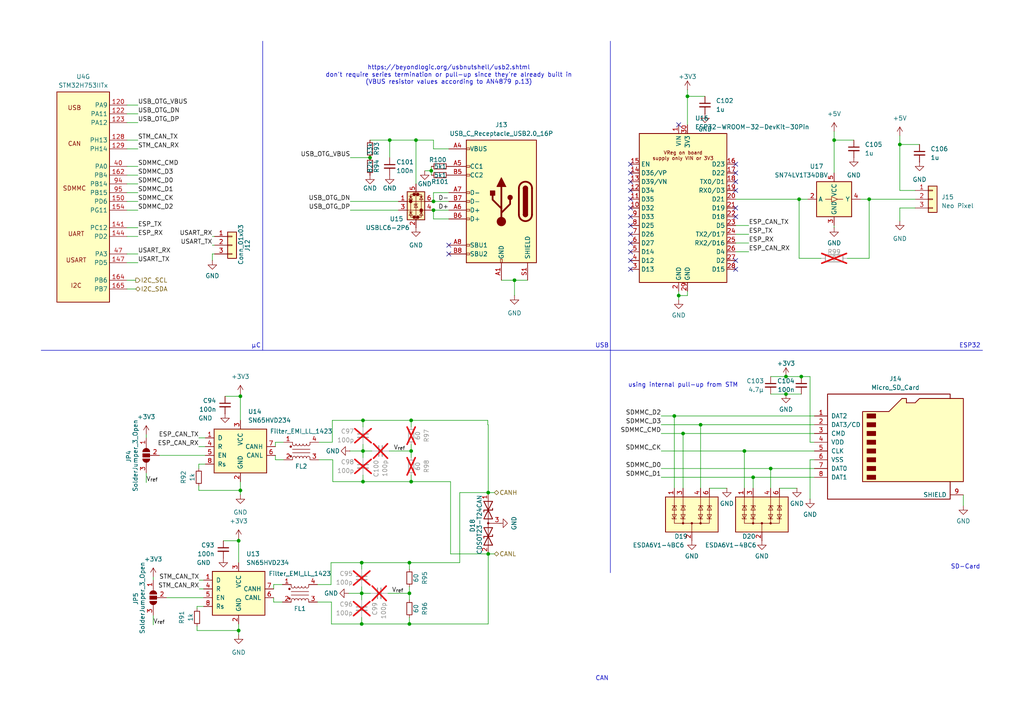
<source format=kicad_sch>
(kicad_sch
	(version 20250114)
	(generator "eeschema")
	(generator_version "9.0")
	(uuid "c61dd313-04ad-474f-9718-66b9bce07315")
	(paper "A4")
	
	(text "USB"
		(exclude_from_sim no)
		(at 174.625 100.33 0)
		(effects
			(font
				(size 1.27 1.27)
			)
		)
		(uuid "030ac795-edf5-444d-9323-762df8451be4")
	)
	(text "SD-Card"
		(exclude_from_sim no)
		(at 280.035 164.465 0)
		(effects
			(font
				(size 1.27 1.27)
			)
		)
		(uuid "05828fab-2d04-4397-b843-7a8ebdd025b6")
	)
	(text "don't require series termination or pull-up since they're already built in\n(VBUS resistor values according to AN4879 p.13)"
		(exclude_from_sim no)
		(at 130.175 22.86 0)
		(effects
			(font
				(size 1.27 1.27)
			)
		)
		(uuid "1055d774-b6a1-419a-b048-36be66eef259")
	)
	(text "µC"
		(exclude_from_sim no)
		(at 74.295 100.33 0)
		(effects
			(font
				(size 1.27 1.27)
			)
		)
		(uuid "116a24cc-e1f0-4e0d-bea5-abd9a8f91599")
	)
	(text "https://beyondlogic.org/usbnutshell/usb2.shtml"
		(exclude_from_sim no)
		(at 130.175 19.685 0)
		(effects
			(font
				(size 1.27 1.27)
			)
		)
		(uuid "17aebb66-f36f-4773-91b3-aa6e98e3a3df")
	)
	(text "ESP32"
		(exclude_from_sim no)
		(at 281.305 100.33 0)
		(effects
			(font
				(size 1.27 1.27)
			)
		)
		(uuid "2f1a1088-c0ce-4de9-ae6e-34c8798ff98b")
	)
	(text "using internal pull-up from STM"
		(exclude_from_sim no)
		(at 198.12 111.76 0)
		(effects
			(font
				(size 1.27 1.27)
			)
		)
		(uuid "a2052886-6177-4247-95db-c4b735b95dd6")
	)
	(text "CAN"
		(exclude_from_sim no)
		(at 174.625 196.85 0)
		(effects
			(font
				(size 1.27 1.27)
			)
		)
		(uuid "aaa6aba1-4600-4726-ab41-4812b09f5f58")
	)
	(junction
		(at 231.775 57.785)
		(diameter 0)
		(color 0 0 0 0)
		(uuid "05cfbb34-84b8-41f9-b2c6-e5b00514da1d")
	)
	(junction
		(at 215.9 130.81)
		(diameter 0)
		(color 0 0 0 0)
		(uuid "0bbc3a19-37df-42ad-91f0-8540a0395fb7")
	)
	(junction
		(at 227.965 109.22)
		(diameter 0)
		(color 0 0 0 0)
		(uuid "18ab2d23-28e9-4932-9559-08cfc3b6ac2c")
	)
	(junction
		(at 232.41 109.22)
		(diameter 0)
		(color 0 0 0 0)
		(uuid "24fd9673-2273-4cc7-b851-95d6418ffacd")
	)
	(junction
		(at 118.745 180.975)
		(diameter 0)
		(color 0 0 0 0)
		(uuid "28a47998-b579-477b-8bd7-5184e4777d5e")
	)
	(junction
		(at 119.253 130.81)
		(diameter 0)
		(color 0 0 0 0)
		(uuid "3162dd44-bd73-462d-a1ba-3ec68e82b83a")
	)
	(junction
		(at 252.095 57.785)
		(diameter 0)
		(color 0 0 0 0)
		(uuid "318c4647-7bc1-4283-9b65-f73983dbd071")
	)
	(junction
		(at 149.225 81.28)
		(diameter 0)
		(color 0 0 0 0)
		(uuid "3c1013bf-bfba-435b-96c5-025b99d0e79f")
	)
	(junction
		(at 69.723 142.24)
		(diameter 0)
		(color 0 0 0 0)
		(uuid "3d875b4c-a7a5-4903-ad64-3ecea35d872b")
	)
	(junction
		(at 69.723 114.935)
		(diameter 0)
		(color 0 0 0 0)
		(uuid "41b0bad5-7e8d-4b02-8ba8-4522831df7e6")
	)
	(junction
		(at 107.315 45.72)
		(diameter 0)
		(color 0 0 0 0)
		(uuid "46e9cd3f-c4dc-4e06-874a-970861c8e4d0")
	)
	(junction
		(at 195.58 120.65)
		(diameter 0)
		(color 0 0 0 0)
		(uuid "483c68f8-8db5-413f-96da-d4c2dccc7777")
	)
	(junction
		(at 69.215 182.88)
		(diameter 0)
		(color 0 0 0 0)
		(uuid "4dfb8dde-4cef-4814-89d9-dc2c67abc0ea")
	)
	(junction
		(at 218.44 138.43)
		(diameter 0)
		(color 0 0 0 0)
		(uuid "50b25640-4ca4-435d-9ca2-96918ac454bf")
	)
	(junction
		(at 198.12 125.73)
		(diameter 0)
		(color 0 0 0 0)
		(uuid "52bd35f7-90f4-444f-80c2-b19c5579d427")
	)
	(junction
		(at 104.902 163.195)
		(diameter 0)
		(color 0 0 0 0)
		(uuid "53b32a67-343e-432d-9256-006aedde493b")
	)
	(junction
		(at 119.253 139.7)
		(diameter 0)
		(color 0 0 0 0)
		(uuid "6c0e76a3-6aad-4fb4-a948-d5eac4447136")
	)
	(junction
		(at 105.283 121.92)
		(diameter 0)
		(color 0 0 0 0)
		(uuid "7481ae21-ea6c-45fa-90b7-25db4fcacac0")
	)
	(junction
		(at 125.73 60.96)
		(diameter 0)
		(color 0 0 0 0)
		(uuid "76eb61ee-a5dc-435a-8704-218432069d76")
	)
	(junction
		(at 227.965 114.3)
		(diameter 0)
		(color 0 0 0 0)
		(uuid "7b77a6c7-da0a-42bd-826a-b38b72133772")
	)
	(junction
		(at 69.215 156.845)
		(diameter 0)
		(color 0 0 0 0)
		(uuid "7c2aa378-d994-4cbb-a7fd-662b6a6dbd3e")
	)
	(junction
		(at 223.52 135.89)
		(diameter 0)
		(color 0 0 0 0)
		(uuid "83a97a6e-f8be-41f0-8991-cb39de58c4f2")
	)
	(junction
		(at 199.39 27.94)
		(diameter 0)
		(color 0 0 0 0)
		(uuid "8a2ddf5a-e56d-4ddb-b3a7-3ce78fdb1ea7")
	)
	(junction
		(at 104.902 180.975)
		(diameter 0)
		(color 0 0 0 0)
		(uuid "8c902d7a-9a97-4247-a024-6511c85f57b0")
	)
	(junction
		(at 119.253 121.92)
		(diameter 0)
		(color 0 0 0 0)
		(uuid "9727df9d-30c2-4d31-a4a4-c18de4a38ffd")
	)
	(junction
		(at 141.605 160.655)
		(diameter 0)
		(color 0 0 0 0)
		(uuid "9b258187-c52a-4e59-8789-b7ac6ed5dc99")
	)
	(junction
		(at 104.902 172.085)
		(diameter 0)
		(color 0 0 0 0)
		(uuid "9cc87ece-ed33-40de-966c-51c2001dc894")
	)
	(junction
		(at 105.283 130.81)
		(diameter 0)
		(color 0 0 0 0)
		(uuid "9cdc856e-55bf-4f24-8496-a3f3c835efb4")
	)
	(junction
		(at 120.65 40.64)
		(diameter 0)
		(color 0 0 0 0)
		(uuid "9ea8c7a2-1503-4324-bc92-c95e051488ac")
	)
	(junction
		(at 141.605 142.875)
		(diameter 0)
		(color 0 0 0 0)
		(uuid "a02cb7ca-67e1-4267-9b51-48bfa47aa699")
	)
	(junction
		(at 203.2 123.19)
		(diameter 0)
		(color 0 0 0 0)
		(uuid "a030d523-f685-498c-a6ce-88394aca3cb6")
	)
	(junction
		(at 118.745 163.195)
		(diameter 0)
		(color 0 0 0 0)
		(uuid "b60abf17-3e74-47af-a488-26c720dd0b0f")
	)
	(junction
		(at 118.745 172.085)
		(diameter 0)
		(color 0 0 0 0)
		(uuid "b6c8fd7b-67f5-4777-9880-dd70ef3914a0")
	)
	(junction
		(at 196.85 85.725)
		(diameter 0)
		(color 0 0 0 0)
		(uuid "cee00a16-43e6-4734-87be-e840da75aabc")
	)
	(junction
		(at 105.283 139.7)
		(diameter 0)
		(color 0 0 0 0)
		(uuid "cf065f4e-64c6-411f-9278-3cbeff3ad8fd")
	)
	(junction
		(at 125.095 49.53)
		(diameter 0)
		(color 0 0 0 0)
		(uuid "d302f7ee-d45d-43f0-9f1f-85368a116229")
	)
	(junction
		(at 260.985 41.91)
		(diameter 0)
		(color 0 0 0 0)
		(uuid "e4280f40-0a8b-46b8-8a3f-bdc2bbc7d561")
	)
	(junction
		(at 241.935 40.64)
		(diameter 0)
		(color 0 0 0 0)
		(uuid "e66e4697-c658-4daa-8505-29693d7c6fa8")
	)
	(junction
		(at 125.73 58.42)
		(diameter 0)
		(color 0 0 0 0)
		(uuid "e8da3965-6ebf-4303-bffa-5c0b2fe16f2a")
	)
	(junction
		(at 113.03 40.64)
		(diameter 0)
		(color 0 0 0 0)
		(uuid "eef95e3a-9baf-4512-9c0f-0fb5481cc6c4")
	)
	(no_connect
		(at 182.88 73.025)
		(uuid "0f78565a-9a79-4977-842d-db81c2f3a858")
	)
	(no_connect
		(at 182.88 55.245)
		(uuid "1635493b-c0b0-4b22-91c0-dd20f89d28d6")
	)
	(no_connect
		(at 182.88 57.785)
		(uuid "2cd37b9b-1e16-4721-baaf-0f02fff9ee15")
	)
	(no_connect
		(at 213.36 47.625)
		(uuid "2e298096-7ace-418c-89a7-3d43d6bed0db")
	)
	(no_connect
		(at 182.88 60.325)
		(uuid "3bc25636-dee2-443e-8ccb-a980f456ac63")
	)
	(no_connect
		(at 182.88 50.165)
		(uuid "43d8676e-50c6-4697-acd1-a078ec396d67")
	)
	(no_connect
		(at 182.88 65.405)
		(uuid "4a7c660c-ecc7-4617-8099-7833ce97674f")
	)
	(no_connect
		(at 182.88 47.625)
		(uuid "5a25121c-a1f8-402a-a503-9b4b6773db57")
	)
	(no_connect
		(at 196.85 36.195)
		(uuid "5c9306cf-381b-4d82-8a3a-52bc964f2a36")
	)
	(no_connect
		(at 213.36 52.705)
		(uuid "5c964bdf-2ed2-4eef-b541-8ce09ccb6359")
	)
	(no_connect
		(at 182.88 78.105)
		(uuid "5cab31a6-586b-4cbb-8e74-6785a73b7287")
	)
	(no_connect
		(at 213.36 75.565)
		(uuid "627c0ac6-463b-4d74-9056-912f48f57f8c")
	)
	(no_connect
		(at 182.88 67.945)
		(uuid "662f2eb1-7541-4b5a-9b3e-348e11036abd")
	)
	(no_connect
		(at 182.88 52.705)
		(uuid "73269fd7-c364-4aef-a8b5-a2eabdfa97a8")
	)
	(no_connect
		(at 213.36 60.325)
		(uuid "797e1eed-a489-45da-8c0f-184fc597169c")
	)
	(no_connect
		(at 182.88 75.565)
		(uuid "8365a6d4-6d29-461b-904c-0324ca06fc5a")
	)
	(no_connect
		(at 182.88 62.865)
		(uuid "8ac847d1-9069-40ae-a3f2-d3aed782fb55")
	)
	(no_connect
		(at 213.36 78.105)
		(uuid "8f56c4af-52dc-4612-9881-b40f131d9649")
	)
	(no_connect
		(at 213.36 50.165)
		(uuid "b938ea39-6292-4387-8cd7-875c20a9d49a")
	)
	(no_connect
		(at 130.175 71.12)
		(uuid "d7064c93-16c6-497d-859a-7b410a29e175")
	)
	(no_connect
		(at 213.36 55.245)
		(uuid "da2de24c-d775-46ec-8771-ff0ede014a17")
	)
	(no_connect
		(at 130.175 73.66)
		(uuid "e5cfba84-9aae-4335-81b2-f9420a56298e")
	)
	(no_connect
		(at 182.88 70.485)
		(uuid "e700e196-44ff-4ef8-a8e9-38a5e666b895")
	)
	(no_connect
		(at 213.36 62.865)
		(uuid "ffc9674a-9076-447f-ba67-71a5716efeb9")
	)
	(wire
		(pts
			(xy 198.12 125.73) (xy 198.12 141.605)
		)
		(stroke
			(width 0)
			(type default)
		)
		(uuid "0126e725-cd4a-43de-a635-49074d4eee16")
	)
	(wire
		(pts
			(xy 113.03 40.64) (xy 120.65 40.64)
		)
		(stroke
			(width 0)
			(type default)
		)
		(uuid "03b6b96d-d108-4c6b-b2b6-d370d0813a07")
	)
	(wire
		(pts
			(xy 40.005 53.34) (xy 36.83 53.34)
		)
		(stroke
			(width 0)
			(type default)
		)
		(uuid "069c83cc-66af-4239-a3f2-6fc7c9797843")
	)
	(wire
		(pts
			(xy 227.965 109.22) (xy 232.41 109.22)
		)
		(stroke
			(width 0)
			(type default)
		)
		(uuid "0720b77c-06ec-4ddc-af8a-933409149d5c")
	)
	(wire
		(pts
			(xy 252.095 57.785) (xy 252.095 74.93)
		)
		(stroke
			(width 0)
			(type default)
		)
		(uuid "07821e1a-6081-4b53-af8d-3407e5dfe479")
	)
	(wire
		(pts
			(xy 96.139 174.625) (xy 96.139 180.975)
		)
		(stroke
			(width 0)
			(type default)
		)
		(uuid "07b7ef48-98f5-4f9c-8c83-e93a23111e86")
	)
	(wire
		(pts
			(xy 217.17 65.405) (xy 213.36 65.405)
		)
		(stroke
			(width 0)
			(type default)
		)
		(uuid "08072ded-74bf-4b0b-806c-19444be54a5d")
	)
	(wire
		(pts
			(xy 101.6 58.42) (xy 115.57 58.42)
		)
		(stroke
			(width 0)
			(type default)
		)
		(uuid "082fce0a-328f-4c33-b82d-f736243226bd")
	)
	(wire
		(pts
			(xy 125.095 49.53) (xy 125.095 50.8)
		)
		(stroke
			(width 0)
			(type default)
		)
		(uuid "0ea0bb12-e71d-4036-85a4-6c19fe123590")
	)
	(wire
		(pts
			(xy 79.883 133.35) (xy 79.883 132.08)
		)
		(stroke
			(width 0)
			(type default)
		)
		(uuid "0eb24822-65ba-4fcc-a791-110a601cab9c")
	)
	(wire
		(pts
			(xy 241.935 40.64) (xy 247.65 40.64)
		)
		(stroke
			(width 0)
			(type default)
		)
		(uuid "0ec11d76-de2c-47d9-b68b-71e96f39e5f7")
	)
	(wire
		(pts
			(xy 36.83 55.88) (xy 40.005 55.88)
		)
		(stroke
			(width 0)
			(type default)
		)
		(uuid "0f23c12c-ee24-49ec-857a-7c94676913f0")
	)
	(wire
		(pts
			(xy 113.03 40.64) (xy 113.03 45.72)
		)
		(stroke
			(width 0)
			(type default)
		)
		(uuid "0f360adf-082b-43ce-b071-56ba3d6d1ff9")
	)
	(wire
		(pts
			(xy 223.52 135.89) (xy 236.22 135.89)
		)
		(stroke
			(width 0)
			(type default)
		)
		(uuid "0fe1c355-612f-4426-80ff-01e842356dec")
	)
	(wire
		(pts
			(xy 199.39 27.94) (xy 199.39 36.195)
		)
		(stroke
			(width 0)
			(type default)
		)
		(uuid "11371f3a-622b-4d06-958d-0de2e3aefad4")
	)
	(wire
		(pts
			(xy 44.45 178.435) (xy 44.45 181.229)
		)
		(stroke
			(width 0)
			(type default)
		)
		(uuid "1191196b-173d-4dee-bb6d-b29a4d435163")
	)
	(wire
		(pts
			(xy 260.985 41.91) (xy 260.985 55.245)
		)
		(stroke
			(width 0)
			(type default)
		)
		(uuid "11fcf8a6-a9da-4e10-b537-040a5f04eac6")
	)
	(wire
		(pts
			(xy 92.075 169.545) (xy 96.012 169.545)
		)
		(stroke
			(width 0)
			(type default)
		)
		(uuid "1255d5b2-c80c-45ce-8562-7f9325184eb2")
	)
	(wire
		(pts
			(xy 119.253 121.92) (xy 141.478 121.92)
		)
		(stroke
			(width 0)
			(type default)
		)
		(uuid "16abee5d-4262-4bfd-ba27-099017bd3c89")
	)
	(wire
		(pts
			(xy 199.39 85.725) (xy 199.39 84.455)
		)
		(stroke
			(width 0)
			(type default)
		)
		(uuid "175d1789-0795-45ea-bebd-00c51a23ce0a")
	)
	(wire
		(pts
			(xy 191.77 135.89) (xy 223.52 135.89)
		)
		(stroke
			(width 0)
			(type default)
		)
		(uuid "1771b8ef-8c2d-4dbc-bfd3-902fd9585271")
	)
	(wire
		(pts
			(xy 61.595 73.66) (xy 61.595 75.565)
		)
		(stroke
			(width 0)
			(type default)
		)
		(uuid "1851c3fc-c833-4316-939d-3a55a4935065")
	)
	(wire
		(pts
			(xy 61.595 71.12) (xy 62.23 71.12)
		)
		(stroke
			(width 0)
			(type default)
		)
		(uuid "18ab3ef7-d310-4dfe-9bd7-87f1a836a671")
	)
	(wire
		(pts
			(xy 36.83 33.02) (xy 40.005 33.02)
		)
		(stroke
			(width 0)
			(type default)
		)
		(uuid "1b135d7b-8f10-4d19-9a19-146ba9d74198")
	)
	(wire
		(pts
			(xy 112.522 172.085) (xy 118.745 172.085)
		)
		(stroke
			(width 0)
			(type default)
		)
		(uuid "1c380b4c-4cae-4aa6-b682-a869ce94709e")
	)
	(wire
		(pts
			(xy 96.393 121.92) (xy 105.283 121.92)
		)
		(stroke
			(width 0)
			(type default)
		)
		(uuid "1c39585e-5704-44d0-a33d-b3876c68f352")
	)
	(wire
		(pts
			(xy 69.723 114.3) (xy 69.723 114.935)
		)
		(stroke
			(width 0)
			(type default)
		)
		(uuid "1e2b6175-d853-4821-ba74-1f24382ec349")
	)
	(wire
		(pts
			(xy 105.283 121.92) (xy 119.253 121.92)
		)
		(stroke
			(width 0)
			(type default)
		)
		(uuid "1ecee70f-1b0e-4963-98bb-53f91fcf7497")
	)
	(wire
		(pts
			(xy 118.745 170.18) (xy 118.745 172.085)
		)
		(stroke
			(width 0)
			(type default)
		)
		(uuid "216a5d0c-6bc2-4d57-bfc1-a0137443fd45")
	)
	(wire
		(pts
			(xy 125.73 55.88) (xy 130.175 55.88)
		)
		(stroke
			(width 0)
			(type default)
		)
		(uuid "21acc590-ee7c-4d1e-8e1e-92f9f843d3c0")
	)
	(wire
		(pts
			(xy 36.83 60.96) (xy 40.005 60.96)
		)
		(stroke
			(width 0)
			(type default)
		)
		(uuid "2201ad5c-2ea0-4a84-9169-84f97ac3d850")
	)
	(wire
		(pts
			(xy 125.73 60.96) (xy 130.175 60.96)
		)
		(stroke
			(width 0)
			(type default)
		)
		(uuid "23e71670-b058-4e01-a066-4bf14b43a603")
	)
	(wire
		(pts
			(xy 118.745 172.085) (xy 118.745 173.99)
		)
		(stroke
			(width 0)
			(type default)
		)
		(uuid "25fcae18-2fce-4a2e-b99e-14db92c22b5a")
	)
	(wire
		(pts
			(xy 133.35 142.875) (xy 141.605 142.875)
		)
		(stroke
			(width 0)
			(type default)
		)
		(uuid "27d7ae8c-7eae-4f28-bd8f-3df57c79cc78")
	)
	(wire
		(pts
			(xy 217.17 73.025) (xy 213.36 73.025)
		)
		(stroke
			(width 0)
			(type default)
		)
		(uuid "29423af5-f664-45ad-bb1e-0735e38873c2")
	)
	(wire
		(pts
			(xy 118.745 163.195) (xy 133.35 163.195)
		)
		(stroke
			(width 0)
			(type default)
		)
		(uuid "2d763691-facb-4f15-9e9f-59c2b2d09226")
	)
	(wire
		(pts
			(xy 40.005 30.48) (xy 36.83 30.48)
		)
		(stroke
			(width 0)
			(type default)
		)
		(uuid "2e6d5f7d-e2c5-4fff-9ab8-ff9e5059fed6")
	)
	(wire
		(pts
			(xy 238.125 74.93) (xy 231.775 74.93)
		)
		(stroke
			(width 0)
			(type default)
		)
		(uuid "2fa12003-ea95-4a7e-a7b4-8f6dd8428bb3")
	)
	(wire
		(pts
			(xy 44.45 167.259) (xy 44.45 168.275)
		)
		(stroke
			(width 0)
			(type default)
		)
		(uuid "2fe633c0-4d3d-40d2-b66e-9c920b1c7a86")
	)
	(wire
		(pts
			(xy 218.44 141.605) (xy 218.44 138.43)
		)
		(stroke
			(width 0)
			(type default)
		)
		(uuid "3173a2ad-906e-47f8-a364-fc370f3c628a")
	)
	(wire
		(pts
			(xy 145.415 151.765) (xy 144.653 151.765)
		)
		(stroke
			(width 0)
			(type default)
		)
		(uuid "31a4bbdf-559b-4207-a858-901d74817d56")
	)
	(wire
		(pts
			(xy 65.278 114.935) (xy 69.723 114.935)
		)
		(stroke
			(width 0)
			(type default)
		)
		(uuid "32faf47c-e64c-44b4-9d62-4d28d8d4153b")
	)
	(polyline
		(pts
			(xy 11.938 101.6) (xy 284.988 101.6)
		)
		(stroke
			(width 0)
			(type default)
		)
		(uuid "3585df17-1500-4acf-8047-979ff4b5fedc")
	)
	(wire
		(pts
			(xy 69.215 182.88) (xy 69.215 184.15)
		)
		(stroke
			(width 0)
			(type default)
		)
		(uuid "364b407f-3b1e-4c62-9eb8-d29a94c13635")
	)
	(wire
		(pts
			(xy 130.683 160.655) (xy 130.683 139.7)
		)
		(stroke
			(width 0)
			(type default)
		)
		(uuid "37424b4b-71c8-41c4-b362-ea3007ee2cc4")
	)
	(wire
		(pts
			(xy 231.775 74.93) (xy 231.775 57.785)
		)
		(stroke
			(width 0)
			(type default)
		)
		(uuid "393f9b29-c1fb-4477-8410-888c1c775882")
	)
	(wire
		(pts
			(xy 241.935 38.1) (xy 241.935 40.64)
		)
		(stroke
			(width 0)
			(type default)
		)
		(uuid "395ffaba-dbfc-4c84-b3a1-2617223e9f3e")
	)
	(wire
		(pts
			(xy 96.52 133.35) (xy 96.52 139.7)
		)
		(stroke
			(width 0)
			(type default)
		)
		(uuid "3b6bddeb-5651-4db5-98b2-9b6f3f702707")
	)
	(wire
		(pts
			(xy 101.6 45.72) (xy 107.315 45.72)
		)
		(stroke
			(width 0)
			(type default)
		)
		(uuid "3d2cc28f-a815-44ff-b579-98f1bafc55ff")
	)
	(wire
		(pts
			(xy 236.22 128.27) (xy 234.95 128.27)
		)
		(stroke
			(width 0)
			(type default)
		)
		(uuid "3d36dc6e-fb6c-4d22-b425-43462a3be059")
	)
	(wire
		(pts
			(xy 36.83 73.66) (xy 40.005 73.66)
		)
		(stroke
			(width 0)
			(type default)
		)
		(uuid "3e2111f4-1096-49ea-babe-955e0bcbceb6")
	)
	(wire
		(pts
			(xy 119.253 128.905) (xy 119.253 130.81)
		)
		(stroke
			(width 0)
			(type default)
		)
		(uuid "418d6449-7d54-435c-9348-9ebcc667fba1")
	)
	(wire
		(pts
			(xy 149.225 81.28) (xy 145.415 81.28)
		)
		(stroke
			(width 0)
			(type default)
		)
		(uuid "43eb60ad-a089-43b3-8c73-3cd2d4334140")
	)
	(wire
		(pts
			(xy 226.06 141.605) (xy 231.14 141.605)
		)
		(stroke
			(width 0)
			(type default)
		)
		(uuid "4509c7f5-35ec-4bd1-89e7-1a05d5b53aa2")
	)
	(wire
		(pts
			(xy 125.73 58.42) (xy 125.73 55.88)
		)
		(stroke
			(width 0)
			(type default)
		)
		(uuid "4991bdca-b170-43ed-84ef-9caf2ab85aec")
	)
	(wire
		(pts
			(xy 118.745 179.07) (xy 118.745 180.975)
		)
		(stroke
			(width 0)
			(type default)
		)
		(uuid "4abd7593-788c-4faf-8edb-6bf231a57d07")
	)
	(wire
		(pts
			(xy 61.595 68.58) (xy 62.23 68.58)
		)
		(stroke
			(width 0)
			(type default)
		)
		(uuid "4c385e60-1b83-4735-8d87-273cadd39ee9")
	)
	(wire
		(pts
			(xy 120.65 40.64) (xy 125.73 40.64)
		)
		(stroke
			(width 0)
			(type default)
		)
		(uuid "4c4a7a36-80ee-4595-b311-1291392bf06c")
	)
	(wire
		(pts
			(xy 231.775 57.785) (xy 234.315 57.785)
		)
		(stroke
			(width 0)
			(type default)
		)
		(uuid "4dc32d7f-3ff8-43a5-afb9-2f4908b6a181")
	)
	(wire
		(pts
			(xy 141.605 160.655) (xy 141.605 180.975)
		)
		(stroke
			(width 0)
			(type default)
		)
		(uuid "4f3190e5-1fec-4c20-8c78-bb72eed0982d")
	)
	(wire
		(pts
			(xy 260.985 55.245) (xy 265.43 55.245)
		)
		(stroke
			(width 0)
			(type default)
		)
		(uuid "4f4d3fff-85b9-4083-bd46-2b914ab4a849")
	)
	(wire
		(pts
			(xy 223.52 135.89) (xy 223.52 141.605)
		)
		(stroke
			(width 0)
			(type default)
		)
		(uuid "4ff43a78-6f92-4a7c-8cfb-ed39be066f5a")
	)
	(wire
		(pts
			(xy 234.95 133.35) (xy 234.95 144.78)
		)
		(stroke
			(width 0)
			(type default)
		)
		(uuid "5121f087-75a7-4517-bf80-93142898bd7b")
	)
	(wire
		(pts
			(xy 223.52 114.3) (xy 227.965 114.3)
		)
		(stroke
			(width 0)
			(type default)
		)
		(uuid "551574cf-3580-4b1f-8680-a14f6beb8bdd")
	)
	(wire
		(pts
			(xy 79.883 128.27) (xy 82.296 128.27)
		)
		(stroke
			(width 0)
			(type default)
		)
		(uuid "569600ce-4916-426c-ad6a-43656f889c21")
	)
	(wire
		(pts
			(xy 69.215 156.21) (xy 69.215 156.845)
		)
		(stroke
			(width 0)
			(type default)
		)
		(uuid "573d52d7-2912-42f7-a32c-98f9437fcfb4")
	)
	(wire
		(pts
			(xy 57.785 168.275) (xy 59.055 168.275)
		)
		(stroke
			(width 0)
			(type default)
		)
		(uuid "58a5b0f4-7372-4ed6-b2ff-21c9fc14c383")
	)
	(wire
		(pts
			(xy 191.77 138.43) (xy 218.44 138.43)
		)
		(stroke
			(width 0)
			(type default)
		)
		(uuid "5c2584d9-d8f6-4dbe-931c-d205c3941d47")
	)
	(wire
		(pts
			(xy 105.283 139.7) (xy 119.253 139.7)
		)
		(stroke
			(width 0)
			(type default)
		)
		(uuid "5c8a4f71-ee4a-46e2-86ff-f735840fe6ca")
	)
	(wire
		(pts
			(xy 249.555 57.785) (xy 252.095 57.785)
		)
		(stroke
			(width 0)
			(type default)
		)
		(uuid "5dfc728b-36a2-4990-a0c8-dbb05f1fc760")
	)
	(wire
		(pts
			(xy 119.253 139.7) (xy 130.683 139.7)
		)
		(stroke
	
... [134001 chars truncated]
</source>
